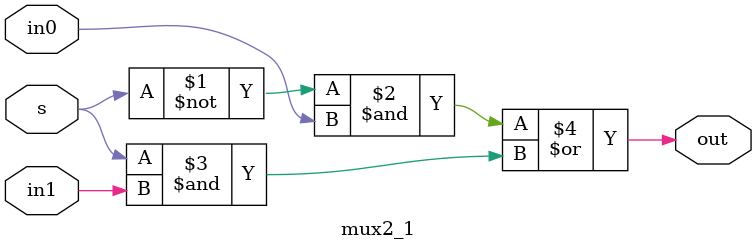
<source format=v>
module mux2_1(
	input  wire in0,
	input  wire in1,
	input  wire s,
	output wire out
);
	assign out = (~s & in0) | (s & in1);
endmodule
</source>
